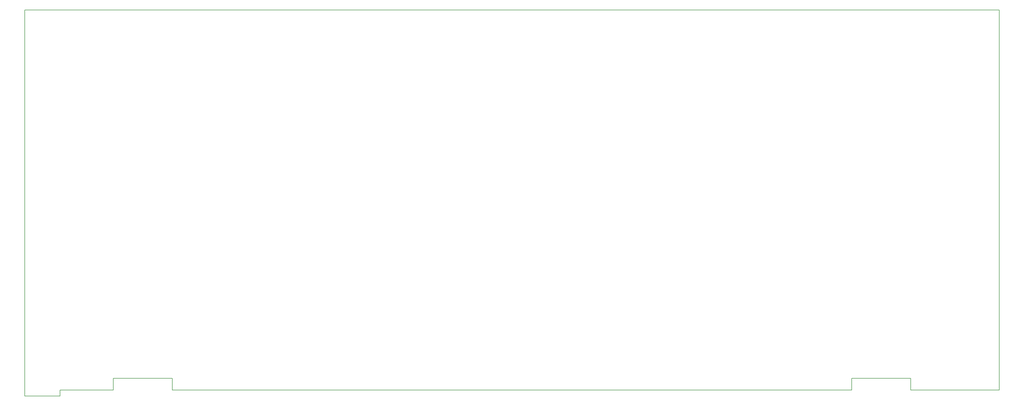
<source format=gm1>
%TF.GenerationSoftware,KiCad,Pcbnew,5.0.2+dfsg1-1*%
%TF.CreationDate,2021-01-30T17:58:47+01:00*%
%TF.ProjectId,A130XE_KB_MX,41313330-5845-45f4-9b42-5f4d582e6b69,0.2*%
%TF.SameCoordinates,Original*%
%TF.FileFunction,Profile,NP*%
%FSLAX46Y46*%
G04 Gerber Fmt 4.6, Leading zero omitted, Abs format (unit mm)*
G04 Created by KiCad (PCBNEW 5.0.2+dfsg1-1) date Sat 30 Jan 2021 05:58:47 PM CET*
%MOMM*%
%LPD*%
G01*
G04 APERTURE LIST*
%ADD10C,0.200000*%
G04 APERTURE END LIST*
D10*
X47000000Y-216000000D02*
X47000000Y-85000000D01*
X59000000Y-216000000D02*
X47000000Y-216000000D01*
X59000000Y-214000000D02*
X59000000Y-216000000D01*
X77000000Y-214000000D02*
X59000000Y-214000000D01*
X77000000Y-210000000D02*
X77000000Y-214000000D01*
X97000000Y-210000000D02*
X77000000Y-210000000D01*
X97000000Y-214000000D02*
X97000000Y-210000000D01*
X327000000Y-214000000D02*
X97000000Y-214000000D01*
X327000000Y-210000000D02*
X327000000Y-214000000D01*
X347000000Y-210000000D02*
X327000000Y-210000000D01*
X347000000Y-214000000D02*
X347000000Y-210000000D01*
X377000000Y-214000000D02*
X347000000Y-214000000D01*
X377000000Y-85000000D02*
X377000000Y-214000000D01*
X47000000Y-85000000D02*
X377000000Y-85000000D01*
M02*

</source>
